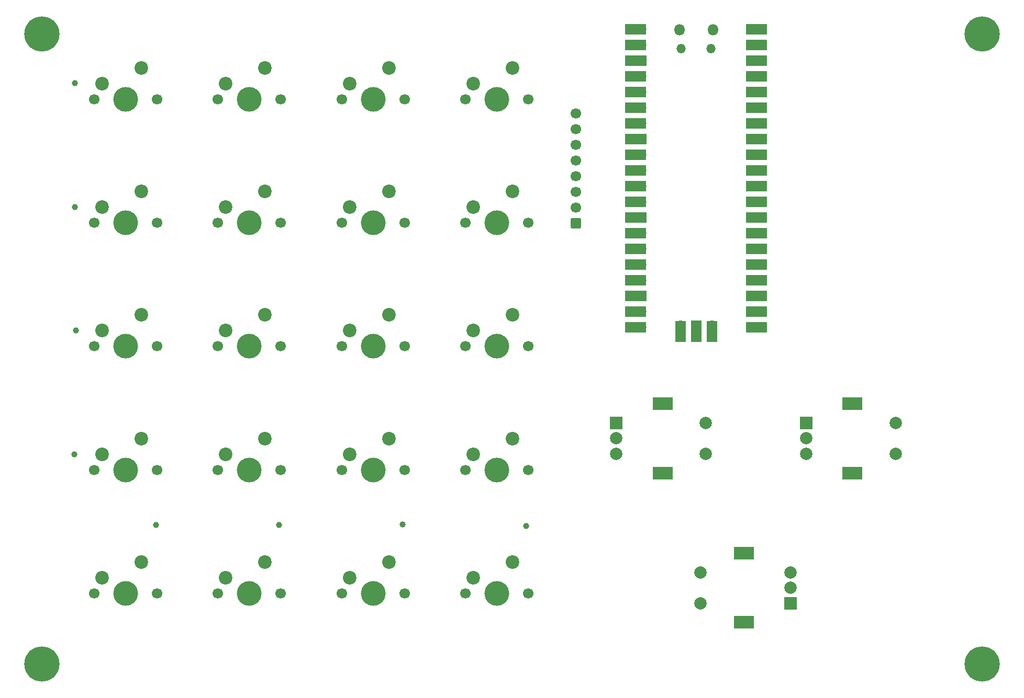
<source format=gbs>
%TF.GenerationSoftware,KiCad,Pcbnew,8.0.4*%
%TF.CreationDate,2024-09-23T00:25:40+08:00*%
%TF.ProjectId,MacroKeypad,4d616372-6f4b-4657-9970-61642e6b6963,rev?*%
%TF.SameCoordinates,Original*%
%TF.FileFunction,Soldermask,Bot*%
%TF.FilePolarity,Negative*%
%FSLAX46Y46*%
G04 Gerber Fmt 4.6, Leading zero omitted, Abs format (unit mm)*
G04 Created by KiCad (PCBNEW 8.0.4) date 2024-09-23 00:25:40*
%MOMM*%
%LPD*%
G01*
G04 APERTURE LIST*
G04 Aperture macros list*
%AMRoundRect*
0 Rectangle with rounded corners*
0 $1 Rounding radius*
0 $2 $3 $4 $5 $6 $7 $8 $9 X,Y pos of 4 corners*
0 Add a 4 corners polygon primitive as box body*
4,1,4,$2,$3,$4,$5,$6,$7,$8,$9,$2,$3,0*
0 Add four circle primitives for the rounded corners*
1,1,$1+$1,$2,$3*
1,1,$1+$1,$4,$5*
1,1,$1+$1,$6,$7*
1,1,$1+$1,$8,$9*
0 Add four rect primitives between the rounded corners*
20,1,$1+$1,$2,$3,$4,$5,0*
20,1,$1+$1,$4,$5,$6,$7,0*
20,1,$1+$1,$6,$7,$8,$9,0*
20,1,$1+$1,$8,$9,$2,$3,0*%
G04 Aperture macros list end*
%ADD10C,1.700000*%
%ADD11C,4.000000*%
%ADD12C,2.200000*%
%ADD13C,5.700000*%
%ADD14R,2.000000X2.000000*%
%ADD15C,2.000000*%
%ADD16R,3.200000X2.000000*%
%ADD17RoundRect,0.250000X0.600000X-0.600000X0.600000X0.600000X-0.600000X0.600000X-0.600000X-0.600000X0*%
%ADD18C,1.000000*%
%ADD19O,1.800000X1.800000*%
%ADD20O,1.500000X1.500000*%
%ADD21O,1.700000X1.700000*%
%ADD22R,3.500000X1.700000*%
%ADD23R,1.700000X1.700000*%
%ADD24R,1.700000X3.500000*%
G04 APERTURE END LIST*
D10*
%TO.C,SW22*%
X51970000Y-113100000D03*
D11*
X57050000Y-113100000D03*
D10*
X62130000Y-113100000D03*
D12*
X59590000Y-108020000D03*
X53240000Y-110560000D03*
%TD*%
D10*
%TO.C,SW17*%
X51970000Y-93100000D03*
D11*
X57050000Y-93100000D03*
D10*
X62130000Y-93100000D03*
D12*
X59590000Y-88020000D03*
X53240000Y-90560000D03*
%TD*%
D10*
%TO.C,SW18*%
X71970000Y-93100000D03*
D11*
X77050000Y-93100000D03*
D10*
X82130000Y-93100000D03*
D12*
X79590000Y-88020000D03*
X73240000Y-90560000D03*
%TD*%
D13*
%TO.C,H1*%
X23500000Y-124500000D03*
%TD*%
D14*
%TO.C,SW28*%
X147075000Y-85500000D03*
D15*
X147075000Y-90500000D03*
X147075000Y-88000000D03*
D16*
X154575000Y-82400000D03*
X154575000Y-93600000D03*
D15*
X161575000Y-90500000D03*
X161575000Y-85500000D03*
%TD*%
D10*
%TO.C,SW24*%
X91970000Y-113100000D03*
D11*
X97050000Y-113100000D03*
D10*
X102130000Y-113100000D03*
D12*
X99590000Y-108020000D03*
X93240000Y-110560000D03*
%TD*%
D14*
%TO.C,SW26*%
X144525000Y-114700000D03*
D15*
X144525000Y-109700000D03*
X144525000Y-112200000D03*
D16*
X137025000Y-117800000D03*
X137025000Y-106600000D03*
D15*
X130025000Y-109700000D03*
X130025000Y-114700000D03*
%TD*%
D10*
%TO.C,SW6*%
X31970000Y-53100000D03*
D11*
X37050000Y-53100000D03*
D10*
X42130000Y-53100000D03*
D12*
X39590000Y-48020000D03*
X33240000Y-50560000D03*
%TD*%
D10*
%TO.C,SW19*%
X91970000Y-93100000D03*
D11*
X97050000Y-93100000D03*
D10*
X102130000Y-93100000D03*
D12*
X99590000Y-88020000D03*
X93240000Y-90560000D03*
%TD*%
D10*
%TO.C,SW4*%
X91970000Y-33100000D03*
D11*
X97050000Y-33100000D03*
D10*
X102130000Y-33100000D03*
D12*
X99590000Y-28020000D03*
X93240000Y-30560000D03*
%TD*%
D10*
%TO.C,SW14*%
X91970000Y-73100000D03*
D11*
X97050000Y-73100000D03*
D10*
X102130000Y-73100000D03*
D12*
X99590000Y-68020000D03*
X93240000Y-70560000D03*
%TD*%
D13*
%TO.C,H2*%
X23500000Y-22500000D03*
%TD*%
D10*
%TO.C,SW9*%
X91970000Y-53100000D03*
D11*
X97050000Y-53100000D03*
D10*
X102130000Y-53100000D03*
D12*
X99590000Y-48020000D03*
X93240000Y-50560000D03*
%TD*%
D10*
%TO.C,SW16*%
X31970000Y-93100000D03*
D11*
X37050000Y-93100000D03*
D10*
X42130000Y-93100000D03*
D12*
X39590000Y-88020000D03*
X33240000Y-90560000D03*
%TD*%
D10*
%TO.C,SW23*%
X71970000Y-113100000D03*
D11*
X77050000Y-113100000D03*
D10*
X82130000Y-113100000D03*
D12*
X79590000Y-108020000D03*
X73240000Y-110560000D03*
%TD*%
D10*
%TO.C,SW1*%
X31970000Y-33100000D03*
D11*
X37050000Y-33100000D03*
D10*
X42130000Y-33100000D03*
D12*
X39590000Y-28020000D03*
X33240000Y-30560000D03*
%TD*%
D10*
%TO.C,SW13*%
X71970000Y-73100000D03*
D11*
X77050000Y-73100000D03*
D10*
X82130000Y-73100000D03*
D12*
X79590000Y-68020000D03*
X73240000Y-70560000D03*
%TD*%
D17*
%TO.C,J1*%
X109800000Y-53160000D03*
D10*
X109800000Y-50620000D03*
X109800000Y-48080000D03*
X109800000Y-45540000D03*
X109800000Y-43000000D03*
X109800000Y-40460000D03*
X109800000Y-37920000D03*
X109800000Y-35380000D03*
%TD*%
%TO.C,SW11*%
X31970000Y-73100000D03*
D11*
X37050000Y-73100000D03*
D10*
X42130000Y-73100000D03*
D12*
X39590000Y-68020000D03*
X33240000Y-70560000D03*
%TD*%
D10*
%TO.C,SW21*%
X31970000Y-113100000D03*
D11*
X37050000Y-113100000D03*
D10*
X42130000Y-113100000D03*
D12*
X39590000Y-108020000D03*
X33240000Y-110560000D03*
%TD*%
D14*
%TO.C,SW27*%
X116375000Y-85500000D03*
D15*
X116375000Y-90500000D03*
X116375000Y-88000000D03*
D16*
X123875000Y-82400000D03*
X123875000Y-93600000D03*
D15*
X130875000Y-90500000D03*
X130875000Y-85500000D03*
%TD*%
D13*
%TO.C,H4*%
X175500000Y-124500000D03*
%TD*%
D10*
%TO.C,SW2*%
X51970000Y-33100000D03*
D11*
X57050000Y-33100000D03*
D10*
X62130000Y-33100000D03*
D12*
X59590000Y-28020000D03*
X53240000Y-30560000D03*
%TD*%
D10*
%TO.C,SW7*%
X51970000Y-53100000D03*
D11*
X57050000Y-53100000D03*
D10*
X62130000Y-53100000D03*
D12*
X59590000Y-48020000D03*
X53240000Y-50560000D03*
%TD*%
D10*
%TO.C,SW8*%
X71970000Y-53100000D03*
D11*
X77050000Y-53100000D03*
D10*
X82130000Y-53100000D03*
D12*
X79590000Y-48020000D03*
X73240000Y-50560000D03*
%TD*%
D10*
%TO.C,SW12*%
X51970000Y-73100000D03*
D11*
X57050000Y-73100000D03*
D10*
X62130000Y-73100000D03*
D12*
X59590000Y-68020000D03*
X53240000Y-70560000D03*
%TD*%
D10*
%TO.C,SW3*%
X71970000Y-33100000D03*
D11*
X77050000Y-33100000D03*
D10*
X82130000Y-33100000D03*
D12*
X79590000Y-28020000D03*
X73240000Y-30560000D03*
%TD*%
D13*
%TO.C,H3*%
X175500000Y-22500000D03*
%TD*%
D18*
%TO.C,TP10*%
X61800000Y-102050000D03*
%TD*%
%TO.C,TP12*%
X101800000Y-102150000D03*
%TD*%
%TO.C,TP5*%
X28850000Y-30500000D03*
%TD*%
%TO.C,TP9*%
X41900000Y-102050000D03*
%TD*%
%TO.C,TP6*%
X28850000Y-50500000D03*
%TD*%
D19*
%TO.C,U2*%
X132025000Y-21855000D03*
D20*
X131725000Y-24885000D03*
X126875000Y-24885000D03*
D19*
X126575000Y-21855000D03*
D21*
X138190000Y-21725000D03*
D22*
X139090000Y-21725000D03*
D21*
X138190000Y-24265000D03*
D22*
X139090000Y-24265000D03*
D23*
X138190000Y-26805000D03*
D22*
X139090000Y-26805000D03*
D21*
X138190000Y-29345000D03*
D22*
X139090000Y-29345000D03*
D21*
X138190000Y-31885000D03*
D22*
X139090000Y-31885000D03*
D21*
X138190000Y-34425000D03*
D22*
X139090000Y-34425000D03*
D21*
X138190000Y-36965000D03*
D22*
X139090000Y-36965000D03*
D23*
X138190000Y-39505000D03*
D22*
X139090000Y-39505000D03*
D21*
X138190000Y-42045000D03*
D22*
X139090000Y-42045000D03*
D21*
X138190000Y-44585000D03*
D22*
X139090000Y-44585000D03*
D21*
X138190000Y-47125000D03*
D22*
X139090000Y-47125000D03*
D21*
X138190000Y-49665000D03*
D22*
X139090000Y-49665000D03*
D23*
X138190000Y-52205000D03*
D22*
X139090000Y-52205000D03*
D21*
X138190000Y-54745000D03*
D22*
X139090000Y-54745000D03*
D21*
X138190000Y-57285000D03*
D22*
X139090000Y-57285000D03*
D21*
X138190000Y-59825000D03*
D22*
X139090000Y-59825000D03*
D21*
X138190000Y-62365000D03*
D22*
X139090000Y-62365000D03*
D23*
X138190000Y-64905000D03*
D22*
X139090000Y-64905000D03*
D21*
X138190000Y-67445000D03*
D22*
X139090000Y-67445000D03*
D21*
X138190000Y-69985000D03*
D22*
X139090000Y-69985000D03*
D21*
X120410000Y-69985000D03*
D22*
X119510000Y-69985000D03*
D21*
X120410000Y-67445000D03*
D22*
X119510000Y-67445000D03*
D23*
X120410000Y-64905000D03*
D22*
X119510000Y-64905000D03*
D21*
X120410000Y-62365000D03*
D22*
X119510000Y-62365000D03*
D21*
X120410000Y-59825000D03*
D22*
X119510000Y-59825000D03*
D21*
X120410000Y-57285000D03*
D22*
X119510000Y-57285000D03*
D21*
X120410000Y-54745000D03*
D22*
X119510000Y-54745000D03*
D23*
X120410000Y-52205000D03*
D22*
X119510000Y-52205000D03*
D21*
X120410000Y-49665000D03*
D22*
X119510000Y-49665000D03*
D21*
X120410000Y-47125000D03*
D22*
X119510000Y-47125000D03*
D21*
X120410000Y-44585000D03*
D22*
X119510000Y-44585000D03*
D21*
X120410000Y-42045000D03*
D22*
X119510000Y-42045000D03*
D23*
X120410000Y-39505000D03*
D22*
X119510000Y-39505000D03*
D21*
X120410000Y-36965000D03*
D22*
X119510000Y-36965000D03*
D21*
X120410000Y-34425000D03*
D22*
X119510000Y-34425000D03*
D21*
X120410000Y-31885000D03*
D22*
X119510000Y-31885000D03*
D21*
X120410000Y-29345000D03*
D22*
X119510000Y-29345000D03*
D23*
X120410000Y-26805000D03*
D22*
X119510000Y-26805000D03*
D21*
X120410000Y-24265000D03*
D22*
X119510000Y-24265000D03*
D21*
X120410000Y-21725000D03*
D22*
X119510000Y-21725000D03*
D21*
X131840000Y-69755000D03*
D24*
X131840000Y-70655000D03*
D23*
X129300000Y-69755000D03*
D24*
X129300000Y-70655000D03*
D21*
X126760000Y-69755000D03*
D24*
X126760000Y-70655000D03*
%TD*%
D18*
%TO.C,TP11*%
X81800000Y-101950000D03*
%TD*%
%TO.C,TP7*%
X28950000Y-70500000D03*
%TD*%
%TO.C,TP1*%
X28750000Y-90600000D03*
%TD*%
M02*

</source>
